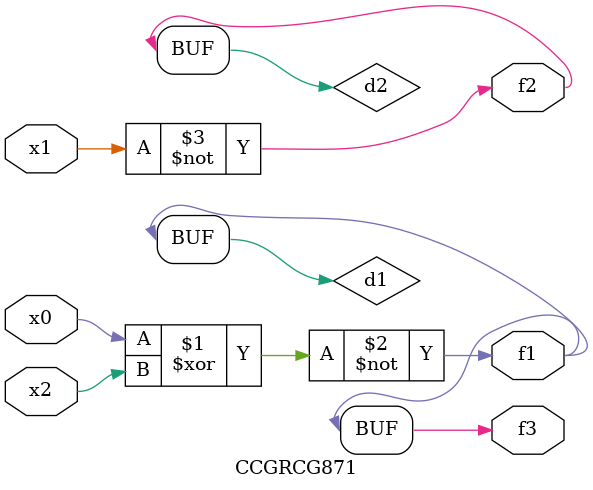
<source format=v>
module CCGRCG871(
	input x0, x1, x2,
	output f1, f2, f3
);

	wire d1, d2, d3;

	xnor (d1, x0, x2);
	nand (d2, x1);
	nor (d3, x1, x2);
	assign f1 = d1;
	assign f2 = d2;
	assign f3 = d1;
endmodule

</source>
